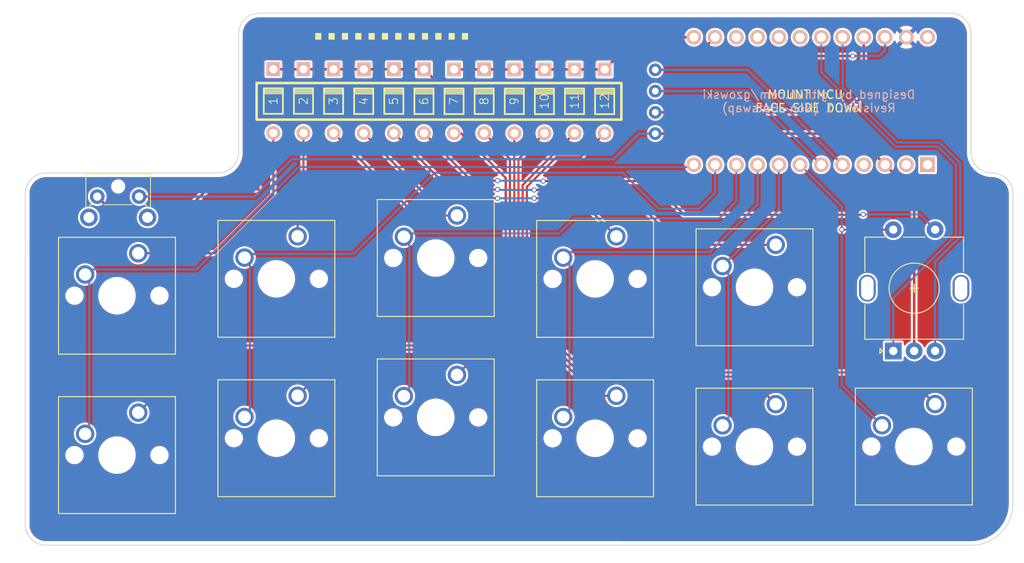
<source format=kicad_pcb>
(kicad_pcb (version 20221018) (generator pcbnew)
  (layers (0 "F.Cu" signal) (31 "B.Cu" signal) (34 "B.Paste" user) (35 "F.Paste" user) (36 "B.SilkS" user "B.Silkscreen") (37 "F.SilkS" user "F.Silkscreen") (38 "B.Mask" user) (39 "F.Mask" user) (44 "Edge.Cuts" user))
  (net 0 "")
  (net 1 "Net-(D0-A)")
  (net 2 "Net-(D1-A)")
  (net 3 "Net-(D2-A)")
  (net 4 "Net-(D3-A)")
  (net 5 "Net-(D4-A)")
  (net 6 "Net-(D5-A)")
  (net 7 "Net-(D6-A)")
  (net 8 "Net-(D7-A)")
  (net 9 "Net-(D8-A)")
  (net 10 "Net-(D9-A)")
  (net 11 "Net-(D10-A)")
  (net 12 "Net-(D11-A)")
  (net 13 "/Row_0")
  (net 14 "/Row_1")
  (net 15 "/Col_0")
  (net 16 "/Col_1")
  (net 17 "/Col_2")
  (net 18 "/Col_3")
  (net 19 "/Col_4")
  (net 20 "/Col_5")
  (net 21 "GND1")
  (net 22 "ROTDEC")
  (net 23 "ROTINC")
  (net 24 "SDA")
  (net 25 "SDL")
  (net 26 "VCC")
  (net 27 "RST")
  (net 28 "GND2")
  (net 29 "LED")
  (footprint "Stencils:Diode" (layer "F.Cu") (at 174.1 121.655 90)
    (fp_text reference "1" (at 0 0 90) (layer "F.SilkS") (effects (font (thickness 0.1))))
    (fp_text value "" (at 0 0 90) (layer "F.SilkS") (effects (font (size 1.27 1.524) (thickness 0.2032))))
    (pad "1" thru_hole circle (at -3.81 0 90) (size 1.651 1.651) (drill 0.9906) (layers "*.Cu" "*.SilkS" "*.Mask") (net 1 "Net-(D0-A)"))
    (pad "2" thru_hole rect (at 3.81 0 90) (size 1.651 1.651) (drill 0.9906) (layers "*.Cu" "*.SilkS" "*.Mask") (net 13 "/Row_0"))
  )
  (footprint "Stencils:Diode" (layer "F.Cu") (at 213.7 121.695 90)
    (fp_text reference "12" (at 0 0 90) (layer "F.SilkS") (effects (font (thickness 0.1))))
    (fp_text value "VAL**" hide)
    (pad "1" thru_hole circle (at -3.81 0 90) (size 1.651 1.651) (drill 0.9906) (layers "*.Cu" "*.SilkS" "*.Mask") (net 12 "Net-(D11-A)"))
    (pad "2" thru_hole rect (at 3.81 0 90) (size 1.651 1.651) (drill 0.9906) (layers "*.Cu" "*.SilkS" "*.Mask") (net 14 "/Row_1"))
  )
  (footprint "Stencils:Diode" (layer "F.Cu") (at 206.5 121.695 90)
    (fp_text reference "10" (at 0 0 90) (layer "F.SilkS") (effects (font (thickness 0.1))))
    (fp_text value "VAL**" hide)
    (pad "1" thru_hole circle (at -3.81 0 90) (size 1.651 1.651) (drill 0.9906) (layers "*.Cu" "*.SilkS" "*.Mask") (net 10 "Net-(D9-A)"))
    (pad "2" thru_hole rect (at 3.81 0 90) (size 1.651 1.651) (drill 0.9906) (layers "*.Cu" "*.SilkS" "*.Mask") (net 14 "/Row_1"))
  )
  (footprint "Stencils:Diode" (layer "F.Cu") (at 199.3 121.675 90)
    (fp_text reference "8" (at 0 0 90) (layer "F.SilkS") (effects (font (thickness 0.1))))
    (fp_text value "VAL**" hide)
    (pad "1" thru_hole circle (at -3.81 0 90) (size 1.651 1.651) (drill 0.9906) (layers "*.Cu" "*.SilkS" "*.Mask") (net 8 "Net-(D7-A)"))
    (pad "2" thru_hole rect (at 3.81 0 90) (size 1.651 1.651) (drill 0.9906) (layers "*.Cu" "*.SilkS" "*.Mask") (net 14 "/Row_1"))
  )
  (footprint "Stencils:Diode" (layer "F.Cu") (at 210.1 121.685 90)
    (fp_text reference "11" (at 0 0 90) (layer "F.SilkS") (effects (font (thickness 0.1))))
    (fp_text value "VAL**" hide)
    (pad "1" thru_hole circle (at -3.81 0 90) (size 1.651 1.651) (drill 0.9906) (layers "*.Cu" "*.SilkS" "*.Mask") (net 11 "Net-(D10-A)"))
    (pad "2" thru_hole rect (at 3.81 0 90) (size 1.651 1.651) (drill 0.9906) (layers "*.Cu" "*.SilkS" "*.Mask") (net 14 "/Row_1"))
  )
  (footprint "Button_Switch_Keyboard:SW_Cherry_MX_2.00u_PCB" (layer "F.Cu") (at 157.95 139.845)
    (fp_text reference "K1" hide)
    (fp_text value "Blank" hide)
    (pad "" np_thru_hole circle (at -7.62 5.08) (size 1.7 1.7) (drill 1.7) (layers "F&B.Cu" "*.Mask"))
    (pad "" np_thru_hole circle (at -2.54 5.08) (size 4 4) (drill 4) (layers "F&B.Cu" "*.Mask"))
    (pad "" np_thru_hole circle (at 2.54 5.08) (size 1.7 1.7) (drill 1.7) (layers "F&B.Cu" "*.Mask"))
    (pad "1" thru_hole circle (at 0 0) (size 2.2 2.2) (drill 1.5) (layers "*.Cu" "*.Mask") (net 1 "Net-(D0-A)"))
    (pad "2" thru_hole circle (at -6.35 2.54) (size 2.2 2.2) (drill 1.5) (layers "*.Cu" "*.Mask") (net 15 "/Col_0"))
  )
  (footprint "Stencils:Diode" (layer "F.Cu") (at 188.5 121.665 90)
    (fp_text reference "5" (at 0 0 90) (layer "F.SilkS") (effects (font (thickness 0.1))))
    (fp_text value "VAL**" hide)
    (pad "1" thru_hole circle (at -3.81 0 90) (size 1.651 1.651) (drill 0.9906) (layers "*.Cu" "*.SilkS" "*.Mask") (net 5 "Net-(D4-A)"))
    (pad "2" thru_hole rect (at 3.81 0 90) (size 1.651 1.651) (drill 0.9906) (layers "*.Cu" "*.SilkS" "*.Mask") (net 13 "/Row_0"))
  )
  (footprint "Button_Switch_Keyboard:SW_Cherry_MX_2.00u_PCB" (layer "F.Cu") (at 215.1 156.885)
    (fp_text reference "K10" hide)
    (fp_text value "Blank" hide)
    (pad "" np_thru_hole circle (at -7.62 5.08) (size 1.7 1.7) (drill 1.7) (layers "F&B.Cu" "*.Mask"))
    (pad "" np_thru_hole circle (at -2.54 5.08) (size 4 4) (drill 4) (layers "F&B.Cu" "*.Mask"))
    (pad "" np_thru_hole circle (at 2.54 5.08) (size 1.7 1.7) (drill 1.7) (layers "F&B.Cu" "*.Mask"))
    (pad "1" thru_hole circle (at 0 0) (size 2.2 2.2) (drill 1.5) (layers "*.Cu" "*.Mask") (net 10 "Net-(D9-A)"))
    (pad "2" thru_hole circle (at -6.35 2.54) (size 2.2 2.2) (drill 1.5) (layers "*.Cu" "*.Mask") (net 18 "/Col_3"))
  )
  (footprint "Keebio-Parts:RotaryEncoder_EC11" (layer "F.Cu") (at 250.7 144.025 90)
    (fp_text reference "K6-Rotary" hide)
    (fp_text value "RotaryEncoder_EC11" hide)
    (pad "" np_thru_hole oval (at 0 -5.6 90) (size 3.2 2) (drill oval 2.8 1.5) (layers "*.Cu" "*.Mask"))
    (pad "" np_thru_hole oval (at 0 5.6 90) (size 3.2 2) (drill oval 2.8 1.5) (layers "*.Cu" "*.Mask"))
    (pad "" thru_hole circle (at 7 -2.5 90) (size 2 2) (drill 1) (layers "*.Cu" "*.Mask") (net 20 "/Col_5"))
    (pad "A" thru_hole rect (at -7.5 -2.5 90) (size 2 2) (drill 1) (layers "*.Cu" "*.Mask") (net 22 "ROTDEC"))
    (pad "B" thru_hole circle (at -7.5 2.5 90) (size 2 2) (drill 1) (layers "*.Cu" "*.Mask") (net 23 "ROTINC"))
    (pad "C" thru_hole circle (at -7.5 0 90) (size 2 2) (drill 1) (layers "*.Cu" "*.Mask") (net 28 "GND2"))
    (pad "S1" thru_hole circle (at 7 2.5 90) (size 2 2) (drill 1) (layers "*.Cu" "*.Mask") (net 6 "Net-(D5-A)"))
  )
  (footprint "Button_Switch_Keyboard:SW_Cherry_MX_2.00u_PCB" (layer "F.Cu") (at 253.2 157.875)
    (fp_text reference "K12" hide)
    (fp_text value "Blank" hide)
    (pad "" np_thru_hole circle (at -7.62 5.08) (size 1.7 1.7) (drill 1.7) (layers "F&B.Cu" "*.Mask"))
    (pad "" np_thru_hole circle (at -2.54 5.08) (size 4 4) (drill 4) (layers "F&B.Cu" "*.Mask"))
    (pad "" np_thru_hole circle (at 2.54 5.08) (size 1.7 1.7) (drill 1.7) (layers "F&B.Cu" "*.Mask"))
    (pad "1" thru_hole circle (at 0 0) (size 2.2 2.2) (drill 1.5) (layers "*.Cu" "*.Mask") (net 12 "Net-(D11-A)"))
    (pad "2" thru_hole circle (at -6.35 2.54) (size 2.2 2.2) (drill 1.5) (layers "*.Cu" "*.Mask") (net 20 "/Col_5"))
  )
  (footprint "Stencils:Diode" (layer "F.Cu") (at 181.3 121.665 90)
    (fp_text reference "3" (at 0 0 90) (layer "F.SilkS") (effects (font (thickness 0.1))))
    (fp_text value "VAL**" hide)
    (pad "1" thru_hole circle (at -3.81 0 90) (size 1.651 1.651) (drill 0.9906) (layers "*.Cu" "*.SilkS" "*.Mask") (net 3 "Net-(D2-A)"))
    (pad "2" thru_hole rect (at 3.81 0 90) (size 1.651 1.651) (drill 0.9906) (layers "*.Cu" "*.SilkS" "*.Mask") (net 13 "/Row_0"))
  )
  (footprint "Button_Switch_Keyboard:SW_Cherry_MX_2.00u_PCB" (layer "F.Cu") (at 157.95 158.895)
    (fp_text reference "K7" hide)
    (fp_text value "Blank" hide)
    (pad "" np_thru_hole circle (at -7.62 5.08) (size 1.7 1.7) (drill 1.7) (layers "F&B.Cu" "*.Mask"))
    (pad "" np_thru_hole circle (at -2.54 5.08) (size 4 4) (drill 4) (layers "F&B.Cu" "*.Mask"))
    (pad "" np_thru_hole circle (at 2.54 5.08) (size 1.7 1.7) (drill 1.7) (layers "F&B.Cu" "*.Mask"))
    (pad "1" thru_hole circle (at 0 0) (size 2.2 2.2) (drill 1.5) (layers "*.Cu" "*.Mask") (net 7 "Net-(D6-A)"))
    (pad "2" thru_hole circle (at -6.35 2.54) (size 2.2 2.2) (drill 1.5) (layers "*.Cu" "*.Mask") (net 15 "/Col_0"))
  )
  (footprint "Button_Switch_Keyboard:SW_Cherry_MX_2.00u_PCB" (layer "F.Cu") (at 196.05 154.385)
    (fp_text reference "K9" hide)
    (fp_text value "Blank" hide)
    (pad "" np_thru_hole circle (at -7.62 5.08) (size 1.7 1.7) (drill 1.7) (layers "F&B.Cu" "*.Mask"))
    (pad "" np_thru_hole circle (at -2.54 5.08) (size 4 4) (drill 4) (layers "F&B.Cu" "*.Mask"))
    (pad "" np_thru_hole circle (at 2.54 5.08) (size 1.7 1.7) (drill 1.7) (layers "F&B.Cu" "*.Mask"))
    (pad "1" thru_hole circle (at 0 0) (size 2.2 2.2) (drill 1.5) (layers "*.Cu" "*.Mask") (net 9 "Net-(D8-A)"))
    (pad "2" thru_hole circle (at -6.35 2.54) (size 2.2 2.2) (drill 1.5) (layers "*.Cu" "*.Mask") (net 17 "/Col_2"))
  )
  (footprint "Button_Switch_Keyboard:SW_Cherry_MX_2.00u_PCB" (layer "F.Cu") (at 177 156.875)
    (fp_text reference "K8" hide)
    (fp_text value "Blank" hide)
    (pad "" np_thru_hole circle (at -7.62 5.08) (size 1.7 1.7) (drill 1.7) (layers "F&B.Cu" "*.Mask"))
    (pad "" np_thru_hole circle (at -2.54 5.08) (size 4 4) (drill 4) (layers "F&B.Cu" "*.Mask"))
    (pad "" np_thru_hole circle (at 2.54 5.08) (size 1.7 1.7) (drill 1.7) (layers "F&B.Cu" "*.Mask"))
    (pad "1" thru_hole circle (at 0 0) (size 2.2 2.2) (drill 1.5) (layers "*.Cu" "*.Mask") (net 8 "Net-(D7-A)"))
    (pad "2" thru_hole circle (at -6.35 2.54) (size 2.2 2.2) (drill 1.5) (layers "*.Cu" "*.Mask") (net 16 "/Col_1"))
  )
  (footprint "Button_Switch_Keyboard:SW_Cherry_MX_2.00u_PCB" (layer "F.Cu") (at 234.15 157.885)
    (fp_text reference "K11" hide)
    (fp_text value "Blank" hide)
    (pad "" np_thru_hole circle (at -7.62 5.08) (size 1.7 1.7) (drill 1.7) (layers "F&B.Cu" "*.Mask"))
    (pad "" np_thru_hole circle (at -2.54 5.08) (size 4 4) (drill 4) (layers "F&B.Cu" "*.Mask"))
    (pad "" np_thru_hole circle (at 2.54 5.08) (size 1.7 1.7) (drill 1.7) (layers "F&B.Cu" "*.Mask"))
    (pad "1" thru_hole circle (at 0 0) (size 2.2 2.2) (drill 1.5) (layers "*.Cu" "*.Mask") (net 11 "Net-(D10-A)"))
    (pad "2" thru_hole circle (at -6.35 2.54) (size 2.2 2.2) (drill 1.5) (layers "*.Cu" "*.Mask") (net 19 "/Col_4"))
  )
  (footprint "Stencils:Diode" (layer "F.Cu") (at 177.7 121.655 90)
    (fp_text reference "2" (at 0 0 90) (layer "F.SilkS") (effects (font (thickness 0.1))))
    (fp_text value "" hide)
    (pad "1" thru_hole circle (at -3.81 0 90) (size 1.651 1.651) (drill 0.9906) (layers "*.Cu" "*.SilkS" "*.Mask") (net 2 "Net-(D1-A)"))
    (pad "2" thru_hole rect (at 3.81 0 90) (size 1.651 1.651) (drill 0.9906) (layers "*.Cu" "*.SilkS" "*.Mask") (net 13 "/Row_0"))
  )
  (footprint "Stencils:Diode" (layer "F.Cu") (at 202.9 121.685 90)
    (fp_text reference "9" (at 0 0 90) (layer "F.SilkS") (effects (font (thickness 0.1))))
    (fp_text value "VAL**" hide)
    (pad "1" thru_hole circle (at -3.81 0 90) (size 1.651 1.651) (drill 0.9906) (layers "*.Cu" "*.SilkS" "*.Mask") (net 9 "Net-(D8-A)"))
    (pad "2" thru_hole rect (at 3.81 0 90) (size 1.651 1.651) (drill 0.9906) (layers "*.Cu" "*.SilkS" "*.Mask") (net 14 "/Row_1"))
  )
  (footprint "Stencils:Diode" (layer "F.Cu") (at 192.1 121.675 90)
    (fp_text reference "6" (at 0 0 90) (layer "F.SilkS") (effects (font (thickness 0.1))))
    (fp_text value "VAL**" hide)
    (pad "1" thru_hole circle (at -3.81 0 90) (size 1.651 1.651) (drill 0.9906) (layers "*.Cu" "*.SilkS" "*.Mask") (net 6 "Net-(D5-A)"))
    (pad "2" thru_hole rect (at 3.81 0 90) (size 1.651 1.651) (drill 0.9906) (layers "*.Cu" "*.SilkS" "*.Mask") (net 13 "/Row_0"))
  )
  (footprint "Stencils:Diode" (layer "F.Cu") (at 195.7 121.685 90)
    (fp_text reference "7" (at 0 0 90) (layer "F.SilkS") (effects (font (thickness 0.1))))
    (fp_text value "VAL**" hide)
    (pad "1" thru_hole circle (at -3.81 0 90) (size 1.651 1.651) (drill 0.9906) (layers "*.Cu" "*.SilkS" "*.Mask") (net 7 "Net-(D6-A)"))
    (pad "2" thru_hole rect (at 3.81 0 90) (size 1.651 1.651) (drill 0.9906) (layers "*.Cu" "*.SilkS" "*.Mask") (net 14 "/Row_1"))
  )
  (footprint "Stencils:SW_Tactile_SPST_Angled_MJTP1117" (layer "F.Cu") (at 153.05 133.075)
    (fp_text reference "RST" hide)
    (fp_text value "SW_PUSH" hide)
    (pad "" thru_hole circle (at -1 2.49) (size 2.1 2.1) (drill 1.3) (layers "*.Cu" "*.Mask"))
    (pad "" np_thru_hole circle (at 2.5 -1.21) (size 1.2 1.2) (drill 1.2) (layers "*.Cu" "*.Mask"))
    (pad "" thru_hole circle (at 5 0) (size 1.75 1.75) (drill 0.99) (layers "*.Cu" "*.Mask") (net 28 "GND2"))
    (pad "" thru_hole circle (at 6.01 2.49) (size 2.1 2.1) (drill 1.3) (layers "*.Cu" "*.Mask"))
    (pad "1" thru_hole circle (at 0 0) (size 1.75 1.75) (drill 0.99) (layers "*.Cu" "*.Mask") (net 27 "RST"))
  )
  (footprint "Stencils:Diode" (layer "F.Cu") (at 184.9 121.675 90)
    (fp_text reference "4" (at 0 0 90) (layer "F.SilkS") (effects (font (thickness 0.1))))
    (fp_text value "VAL**" hide)
    (pad "1" thru_hole circle (at -3.81 0 90) (size 1.651 1.651) (drill 0.9906) (layers "*.Cu" "*.SilkS" "*.Mask") (net 4 "Net-(D3-A)"))
    (pad "2" thru_hole rect (at 3.81 0 90) (size 1.651 1.651) (drill 0.9906) (layers "*.Cu" "*.SilkS" "*.Mask") (net 13 "/Row_0"))
  )
  (footprint "Button_Switch_Keyboard:SW_Cherry_MX_2.00u_PCB" (layer "F.Cu") (at 196.05 135.335)
    (fp_text reference "K3" hide)
    (fp_text value "Blank" hide)
    (pad "" np_thru_hole circle (at -7.62 5.08) (size 1.7 1.7) (drill 1.7) (layers "F&B.Cu" "*.Mask"))
    (pad "" np_thru_hole circle (at -2.54 5.08) (size 4 4) (drill 4) (layers "F&B.Cu" "*.Mask"))
    (pad "" np_thru_hole circle (at 2.54 5.08) (size 1.7 1.7) (drill 1.7) (layers "F&B.Cu" "*.Mask"))
    (pad "1" thru_hole circle (at 0 0) (size 2.2 2.2) (drill 1.5) (layers "*.Cu" "*.Mask") (net 3 "Net-(D2-A)"))
    (pad "2" thru_hole circle (at -6.35 2.54) (size 2.2 2.2) (drill 1.5) (layers "*.Cu" "*.Mask") (net 17 "/Col_2"))
  )
  (footprint "Button_Switch_Keyboard:SW_Cherry_MX_2.00u_PCB" (layer "F.Cu") (at 234.15 138.835)
    (fp_text reference "K5" hide)
    (fp_text value "Blank" hide)
    (pad "" np_thru_hole circle (at -7.62 5.08) (size 1.7 1.7) (drill 1.7) (layers "F&B.Cu" "*.Mask"))
    (pad "" np_thru_hole circle (at -2.54 5.08) (size 4 4) (drill 4) (layers "F&B.Cu" "*.Mask"))
    (pad "" np_thru_hole circle (at 2.54 5.08) (size 1.7 1.7) (drill 1.7) (layers "F&B.Cu" "*.Mask"))
    (pad "1" thru_hole circle (at 0 0) (size 2.2 2.2) (drill 1.5) (layers "*.Cu" "*.Mask") (net 5 "Net-(D4-A)"))
    (pad "2" thru_hole circle (at -6.35 2.54) (size 2.2 2.2) (drill 1.5) (layers "*.Cu" "*.Mask") (net 19 "/Col_4"))
  )
  (footprint "Button_Switch_Keyboard:SW_Cherry_MX_2.00u_PCB" (layer "F.Cu") (at 177 137.825)
    (fp_text reference "K2" hide)
    (fp_text value "Blank" hide)
    (pad "" np_thru_hole circle (at -7.62 5.08) (size 1.7 1.7) (drill 1.7) (layers "F&B.Cu" "*.Mask"))
    (pad "" np_thru_hole circle (at -2.54 5.08) (size 4 4) (drill 4) (layers "F&B.Cu" "*.Mask"))
    (pad "" np_thru_hole circle (at 2.54 5.08) (size 1.7 1.7) (drill 1.7) (layers "F&B.Cu" "*.Mask"))
    (pad "1" thru_hole circle (at 0 0) (size 2.2 2.2) (drill 1.5) (layers "*.Cu" "*.Mask") (net 2 "Net-(D1-A)"))
    (pad "2" thru_hole circle (at -6.35 2.54) (size 2.2 2.2) (drill 1.5) (layers "*.Cu" "*.Mask") (net 16 "/Col_1"))
  )
  (footprint "Button_Switch_Keyboard:SW_Cherry_MX_2.00u_PCB" (layer "F.Cu") (at 215.1 137.835)
    (fp_text reference "K4" hide)
    (fp_text value "Blank" hide)
    (pad "" np_thru_hole circle (at -7.62 5.08) (size 1.7 1.7) (drill 1.7) (layers "F&B.Cu" "*.Mask"))
    (pad "" np_thru_hole circle (at -2.54 5.08) (size 4 4) (drill 4) (layers "F&B.Cu" "*.Mask"))
    (pad "" np_thru_hole circle (at 2.54 5.08) (size 1.7 1.7) (drill 1.7) (layers "F&B.Cu" "*.Mask"))
    (pad "1" thru_hole circle (at 0 0) (size 2.2 2.2) (drill 1.5) (layers "*.Cu" "*.Mask") (net 4 "Net-(D3-A)"))
    (pad "2" thru_hole circle (at -6.35 2.54) (size 2.2 2.2) (drill 1.5) (layers "*.Cu" "*.Mask") (net 18 "/Col_3"))
  )
  (footprint "Stencils:OLED_v2.1" (layer "F.Cu") (at 219.75 121.735 -90)
    (fp_text reference "OLED1")
    (fp_text value "OLED" hide)
    (pad "1" thru_hole circle (at -3.81 0 270) (size 1.524 1.524) (drill 0.8128) (layers "*.Cu" "*.Mask") (net 24 "SDA"))
    (pad "2" thru_hole circle (at -1.27 0 270) (size 1.524 1.524) (drill 0.8128) (layers "*.Cu" "*.Mask") (net 25 "SDL"))
    (pad "3" thru_hole circle (at 1.27 0 270) (size 1.524 1.524) (drill 0.8128) (layers "*.Cu" "*.Mask") (net 26 "VCC"))
    (pad "4" thru_hole circle (at 3.81 0 270) (size 1.524 1.524) (drill 0.8128) (layers "*.Cu" "*.Mask") (net 28 "GND2"))
  )
  (footprint "Stencils:ArduinoProMicro" (layer "B.Cu") (at 238.33 121.645 180)
    (fp_text reference "U1" hide)
    (fp_text value "ProMicro" hide)
    (pad "1" thru_hole rect (at -13.97 -7.62 180) (size 1.7526 1.7526) (drill 1.0922) (layers "*.Cu" "*.SilkS" "*.Mask") (net 29 "LED"))
    (pad "2" thru_hole circle (at -11.43 -7.62 180) (size 1.7526 1.7526) (drill 1.0922) (layers "*.Cu" "*.SilkS" "*.Mask"))
    (pad "3" thru_hole circle (at -8.89 -7.62 180) (size 1.7526 1.7526) (drill 1.0922) (layers "*.Cu" "*.Mask" "B.SilkS") (net 28 "GND2"))
    (pad "4" thru_hole circle (at -6.35 -7.62 180) (size 1.7526 1.7526) (drill 1.0922) (layers "*.Cu" "*.SilkS" "*.Mask"))
    (pad "5" thru_hole circle (at -3.81 -7.62 180) (size 1.7526 1.7526) (drill 1.0922) (layers "*.Cu" "*.SilkS" "*.Mask") (net 24 "SDA"))
    (pad "6" thru_hole circle (at -1.27 -7.62 180) (size 1.7526 1.7526) (drill 1.0922) (layers "*.Cu" "*.SilkS" "*.Mask") (net 25 "SDL"))
    (pad "7" thru_hole circle (at 1.27 -7.62 180) (size 1.7526 1.7526) (drill 1.0922) (layers "*.Cu" "*.SilkS" "*.Mask") (net 20 "/Col_5"))
    (pad "8" thru_hole circle (at 3.81 -7.62 180) (size 1.7526 1.7526) (drill 1.0922) (layers "*.Cu" "*.SilkS" "*.Mask") (net 19 "/Col_4"))
    (pad "9" thru_hole circle (at 6.35 -7.62 180) (size 1.7526 1.7526) (drill 1.0922) (layers "*.Cu" "*.SilkS" "*.Mask") (net 18 "/Col_3"))
    (pad "10" thru_hole circle (at 8.89 -7.62 180) (size 1.7526 1.7526) (drill 1.0922) (layers "*.Cu" "*.SilkS" "*.Mask") (net 17 "/Col_2"))
    (pad "11" thru_hole circle (at 11.43 -7.62 180) (size 1.7526 1.7526) (drill 1.0922) (layers "*.Cu" "*.SilkS" "*.Mask") (net 16 "/Col_1"))
    (pad "12" thru_hole circle (at 13.97 -7.62 180) (size 1.7526 1.7526) (drill 1.0922) (layers "*.Cu" "*.SilkS" "*.Mask") (net 15 "/Col_0"))
    (pad "13" thru_hole circle (at 13.97 7.62 180) (size 1.7526 1.7526) (drill 1.0922) (layers "*.Cu" "*.SilkS" "*.Mask") (net 14 "/Row_1"))
    (pad "14" thru_hole circle (at 11.43 7.62 180) (size 1.7526 1.7526) (drill 1.0922) (layers "*.Cu" "*.SilkS" "*.Mask") (net 13 "/Row_0"))
    (pad "15" thru_hole circle (at 8.89 7.62 180) (size 1.7526 1.7526) (drill 1.0922) (layers "*.Cu" "*.SilkS" "*.Mask"))
    (pad "16" thru_hole circle (at 6.35 7.62 180) (size 1.7526 1.7526) (drill 1.0922) (layers "*.Cu" "*.SilkS" "*.Mask"))
    (pad "17" thru_hole circle (at 3.81 7.62 180) (size 1.7526 1.7526) (drill 1.0922) (layers "*.Cu" "*.SilkS" "*.Mask"))
    (pad "18" thru_hole circle (at 1.27 7.62 180) (size 1.7526 1.7526) (drill 1.0922) (layers "*.Cu" "*.SilkS" "*.Mask"))
    (pad "19" thru_hole circle (at -1.27 7.62 180) (size 1.7526 1.7526) (drill 1.0922) (layers "*.Cu" "*.SilkS" "*.Mask") (net 22 "ROTDEC"))
    (pad "20" thru_hole circle (at -3.81 7.62 180) (size 1.7526 1.7526) (drill 1.0922) (layers "*.Cu" "*.SilkS" "*.Mask") (net 23 "ROTINC"))
    (pad "21" thru_hole circle (at -6.35 7.62 180) (size 1.7526 1.7526) (drill 1.0922) (layers "*.Cu" "*.SilkS" "*.Mask") (net 26 "VCC"))
    (pad "22" thru_hole circle (at -8.89 7.62 180) (size 1.7526 1.7526) (drill 1.0922) (layers "*.Cu" "*.SilkS" "*.Mask") (net 27 "RST"))
    (pad "23" thru_hole circle (at -11.43 7.62 180) (size 1.7526 1.7526) (drill 1.0922) (layers "*.Cu" "*.SilkS" "*.Mask") (net 21 "GND1"))
    (pad "24" thru_hole circle (at -13.97 7.62 180) (size 1.7526 1.7526) (drill 1.0922) (layers "*.Cu" "*.SilkS" "*.Mask"))
  )
  (gr_rect (start 172.1 119.5) (end 215.7 123.875) (stroke (width 0.3)) (fill none) (layer "F.SilkS"))
  (gr_line (start 262.500082 132.735533) (end 262.5 169.75) (stroke (width 0.1)) (layer "Edge.Cuts"))
  (gr_line (start 172.435533 111.15) (end 255 111.15) (stroke (width 0.1)) (layer "Edge.Cuts"))
  (gr_line (start 146.935492 130.249959) (end 167.464467 130.25) (stroke (width 0.1)) (layer "Edge.Cuts"))
  (gr_line (start 257.5 174.75) (end 146.95 174.747859) (stroke (width 0.1)) (layer "Edge.Cuts"))
  (gr_arc (start 255 111.15) (mid 256.76692 111.872849) (end 257.500041 113.635533) (stroke (width 0.1)) (layer "Edge.Cuts"))
  (gr_arc (start 260.000041 130.25) (mid 258.233129 129.527142) (end 257.5 127.764467) (stroke (width 0.1)) (layer "Edge.Cuts"))
  (gr_arc (start 260.000041 130.25) (mid 261.766956 130.972855) (end 262.500082 132.735533) (stroke (width 0.1)) (layer "Edge.Cuts"))
  (gr_arc (start 146.95 174.747859) (mid 145.183059 174.025014) (end 144.449899 172.262327) (stroke (width 0.1)) (layer "Edge.Cuts"))
  (gr_line (start 144.449899 172.262327) (end 144.449959 132.75) (stroke (width 0.1)) (layer "Edge.Cuts"))
  (gr_arc (start 169.95 113.650041) (mid 170.672873 111.883144) (end 172.435533 111.15) (stroke (width 0.1)) (layer "Edge.Cuts"))
  (gr_arc (start 144.449959 132.75) (mid 145.172814 130.983085) (end 146.935492 130.249959) (stroke (width 0.1)) (layer "Edge.Cuts"))
  (gr_line (start 257.500041 113.635533) (end 257.5 127.764467) (stroke (width 0.1)) (layer "Edge.Cuts"))
  (gr_arc (start 262.5 169.75) (mid 261.035534 173.285533) (end 257.5 174.75) (stroke (width 0.1)) (layer "Edge.Cuts"))
  (gr_line (start 169.95 127.749959) (end 169.95 113.650041) (stroke (width 0.1)) (layer "Edge.Cuts"))
  (gr_arc (start 169.95 127.749959) (mid 169.227157 129.516886) (end 167.464467 130.25) (stroke (width 0.1)) (layer "Edge.Cuts"))
  (gr_text "Designed by: github.com/gzowski\nRevision: 1 (Non-Hotswap)" (at 238.1 123.075) (layer "B.SilkS") (effects (font (size 1 1)) (justify bottom mirror)))
  (gr_text "MOUNT MCU \nFACE SIDE DOWN" (at 238.075 123.075) (layer "F.SilkS") (effects (font (size 1 1)) (justify bottom)))
  (gr_text "............" (at 178.675 114.825) (layer "F.SilkS") (effects (font (size 3 3) (thickness 0.4) bold) (justify left bottom)))
  (segment (start 174.1 132.85) (end 174.1 125.465) (width 0.25) (layer "F.Cu") (net 1))
  (segment (start 157.95 139.845) (end 167.105 139.845) (width 0.25) (layer "F.Cu") (net 1))
  (segment (start 167.105 139.845) (end 174.1 132.85) (width 0.25) (layer "F.Cu") (net 1))
  (segment (start 177.7 125.465) (end 177.7 133.975) (width 0.25) (layer "F.Cu") (net 2))
  (segment (start 177.7 133.975) (end 177 134.675) (width 0.25) (layer "F.Cu") (net 2))
  (segment (start 177 134.675) (end 177 137.825) (width 0.25) (layer "F.Cu") (net 2))
  (segment (start 191.16 135.335) (end 181.3 125.475) (width 0.25) (layer "F.Cu") (net 3))
  (segment (start 196.05 135.335) (end 191.16 135.335) (width 0.25) (layer "F.Cu") (net 3))
  (segment (start 192.69 133.275) (end 200.9 133.275) (width 0.25) (layer "F.Cu") (net 4))
  (segment (start 210.54 133.275) (end 205.275 133.275) (width 0.25) (layer "F.Cu") (net 4))
  (segment (start 184.9 125.485) (end 192.69 133.275) (width 0.25) (layer "F.Cu") (net 4))
  (segment (start 215.1 137.835) (end 210.54 133.275) (width 0.25) (layer "F.Cu") (net 4))
  (segment (start 205.275 133.275) (end 205.225 133.275) (width 0.2) (layer "F.Cu") (net 4))
  (via (at 205.275 133.275) (size 0.6) (drill 0.4) (layers "F.Cu" "B.Cu") (net 4))
  (via (at 200.9 133.275) (size 0.6) (drill 0.4) (layers "F.Cu" "B.Cu") (net 4))
  (segment (start 200.9 133.275) (end 205.275 133.275) (width 0.25) (layer "B.Cu") (net 4))
  (segment (start 200.95 132.275) (end 200.9 132.225) (width 0.2) (layer "F.Cu") (net 5))
  (segment (start 205.275 132.275) (end 216.113604 132.275) (width 0.25) (layer "F.Cu") (net 5))
  (segment (start 216.113604 132.275) (end 222.673604 138.835) (width 0.25) (layer "F.Cu") (net 5))
  (segment (start 200.9 132.225) (end 200.85 132.275) (width 0.2) (layer "F.Cu") (net 5))
  (segment (start 195.25 132.225) (end 200.9 132.225) (width 0.25) (layer "F.Cu") (net 5))
  (segment (start 188.5 125.475) (end 195.25 132.225) (width 0.25) (layer "F.Cu") (net 5))
  (segment (start 205.275 132.275) (end 205.2 132.275) (width 0.2) (layer "F.Cu") (net 5))
  (segment (start 222.673604 138.835) (end 234.15 138.835) (width 0.25) (layer "F.Cu") (net 5))
  (via (at 200.9 132.225) (size 0.6) (drill 0.4) (layers "F.Cu" "B.Cu") (net 5))
  (via (at 205.275 132.275) (size 0.6) (drill 0.4) (layers "F.Cu" "B.Cu") (net 5))
  (segment (start 200.95 132.275) (end 205.275 132.275) (width 0.25) (layer "B.Cu") (net 5))
  (segment (start 200.9 132.225) (end 200.95 132.275) (width 0.2) (layer "B.Cu") (net 5))
  (segment (start 197.79 131.175) (end 200.9 131.175) (width 0.25) (layer "F.Cu") (net 6))
  (segment (start 244.55 135.25) (end 244.6 135.2) (width 0.25) (layer "F.Cu") (net 6))
  (segment (start 206.35 131.225) (end 219.175 131.225) (width 0.25) (layer "F.Cu") (net 6))
  (segment (start 219.175 131.225) (end 223.2 135.25) (width 0.25) (layer "F.Cu") (net 6))
  (segment (start 200.9 131.175) (end 200.85 131.225) (width 0.2) (layer "F.Cu") (net 6))
  (segment (start 206.35 131.225) (end 206.3 131.225) (width 0.2) (layer "F.Cu") (net 6))
  (segment (start 200.9 131.175) (end 200.95 131.225) (width 0.2) (layer "F.Cu") (net 6))
  (segment (start 192.1 125.485) (end 197.79 131.175) (width 0.25) (layer "F.Cu") (net 6))
  (segment (start 223.2 135.25) (end 244.55 135.25) (width 0.25) (layer "F.Cu") (net 6))
  (via (at 244.6 135.2) (size 0.6) (drill 0.4) (layers "F.Cu" "B.Cu") (net 6))
  (via (at 200.9 131.175) (size 0.6) (drill 0.4) (layers "F.Cu" "B.Cu") (net 6))
  (via (at 206.35 131.225) (size 0.6) (drill 0.4) (layers "F.Cu" "B.Cu") (net 6))
  (segment (start 206.3 131.175) (end 206.35 131.225) (width 0.2) (layer "B.Cu") (net 6))
  (segment (start 253.2 137.025) (end 251.375 135.2) (width 0.25) (layer "B.Cu") (net 6))
  (segment (start 251.375 135.2) (end 244.6 135.2) (width 0.25) (layer "B.Cu") (net 6))
  (segment (start 200.9 131.175) (end 206.3 131.175) (width 0.25) (layer "B.Cu") (net 6))
  (segment (start 244.6 135.2) (end 244.6 135.225) (width 0.2) (layer "B.Cu") (net 6))
  (segment (start 195.7 125.495) (end 196.5255 125.495) (width 0.25) (layer "F.Cu") (net 7))
  (segment (start 201.875 145.65) (end 196.65 150.875) (width 0.25) (layer "F.Cu") (net 7))
  (segment (start 201.875 130.8445) (end 201.875 134.5) (width 0.25) (layer "F.Cu") (net 7))
  (segment (start 196.65 150.875) (end 165.97 150.875) (width 0.25) (layer "F.Cu") (net 7))
  (segment (start 201.875 130.8445) (end 201.875 145.65) (width 0.25) (layer "F.Cu") (net 7))
  (segment (start 196.5255 125.495) (end 201.875 130.8445) (width 0.25) (layer "F.Cu") (net 7))
  (segment (start 165.97 150.875) (end 157.95 158.895) (width 0.25) (layer "F.Cu") (net 7))
  (segment (start 202.375 128.56) (end 199.3 125.485) (width 0.25) (layer "F.Cu") (net 8))
  (segment (start 182.5 151.375) (end 196.857106 151.375) (width 0.25) (layer "F.Cu") (net 8))
  (segment (start 196.857106 151.375) (end 202.375 145.857106) (width 0.25) (layer "F.Cu") (net 8))
  (segment (start 177 156.875) (end 182.5 151.375) (width 0.25) (layer "F.Cu") (net 8))
  (segment (start 202.375 145.857106) (end 202.375 128.56) (width 0.25) (layer "F.Cu") (net 8))
  (segment (start 202.9 147.535) (end 196.05 154.385) (width 0.25) (layer "F.Cu") (net 9))
  (segment (start 202.9 125.495) (end 202.9 147.535) (width 0.25) (layer "F.Cu") (net 9))
  (segment (start 212.76 156.885) (end 215.1 156.885) (width 0.25) (layer "F.Cu") (net 10))
  (segment (start 203.4 128.605) (end 203.4 147.525) (width 0.25) (layer "F.Cu") (net 10))
  (segment (start 203.4 147.525) (end 212.76 156.885) (width 0.25) (layer "F.Cu") (net 10))
  (segment (start 206.5 125.505) (end 203.4 128.605) (width 0.25) (layer "F.Cu") (net 10))
  (segment (start 203.9 147.317894) (end 203.9 133.175) (width 0.25) (layer "F.Cu") (net 11))
  (segment (start 211.178553 154.596447) (end 203.9 147.317894) (width 0.25) (layer "F.Cu") (net 11))
  (segment (start 234.15 157.885) (end 230.861447 154.596447) (width 0.25) (layer "F.Cu") (net 11))
  (segment (start 203.9 131.695) (end 203.9 133.175) (width 0.25) (layer "F.Cu") (net 11))
  (segment (start 210.1 125.495) (end 203.9 131.695) (width 0.25) (layer "F.Cu") (net 11))
  (segment (start 230.861447 154.596447) (end 211.178553 154.596447) (width 0.25) (layer "F.Cu") (net 11))
  (segment (start 204.4 147.110788) (end 204.4 131.902106) (width 0.25) (layer "F.Cu") (net 12))
  (segment (start 210.841447 128.363553) (end 213.7 125.505) (width 0.25) (layer "F.Cu") (net 12))
  (segment (start 207.938553 128.363553) (end 210.841447 128.363553) (width 0.25) (layer "F.Cu") (net 12))
  (segment (start 249.421447 154.096447) (end 211.385659 154.096447) (width 0.25) (layer "F.Cu") (net 12))
  (segment (start 211.385659 154.096447) (end 204.4 147.110788) (width 0.25) (layer "F.Cu") (net 12))
  (segment (start 213.68 125.485) (end 213.7 125.505) (width 0.2) (layer "F.Cu") (net 12))
  (segment (start 204.4 131.902106) (end 207.938553 128.363553) (width 0.25) (layer "F.Cu") (net 12))
  (segment (start 253.2 157.875) (end 249.421447 154.096447) (width 0.25) (layer "F.Cu") (net 12))
  (segment (start 218.575 115.725) (end 214.8625 119.4375) (width 0.3) (layer "F.Cu") (net 13))
  (segment (start 192.12 117.885) (end 192.1 117.865) (width 0.2) (layer "F.Cu") (net 13))
  (segment (start 214.8625 119.4375) (end 193.7125 119.4375) (width 0.3) (layer "F.Cu") (net 13))
  (segment (start 192.14 117.865) (end 193.7125 119.4375) (width 0.3) (layer "F.Cu") (net 13))
  (segment (start 225.2 115.725) (end 218.575 115.725) (width 0.3) (layer "F.Cu") (net 13))
  (segment (start 192.1 117.865) (end 192.09 117.855) (width 0) (layer "F.Cu") (net 13))
  (segment (start 226.9 114.025) (end 225.2 115.725) (width 0.3) (layer "F.Cu") (net 13))
  (segment (start 174.1 117.855) (end 192.09 117.855) (width 0.3) (layer "F.Cu") (net 13))
  (segment (start 192.1 117.865) (end 192.14 117.865) (width 0) (layer "F.Cu") (net 13))
  (segment (start 192.1 117.865) (end 192.115 117.865) (width 0) (layer "B.Cu") (net 13))
  (segment (start 217.54 114.025) (end 224.36 114.025) (width 0.3) (layer "F.Cu") (net 14))
  (segment (start 213.69 117.875) (end 213.7 117.885) (width 0.2) (layer "F.Cu") (net 14))
  (segment (start 213.69 117.875) (end 217.54 114.025) (width 0.3) (layer "F.Cu") (net 14))
  (segment (start 195.7 117.875) (end 213.69 117.875) (width 0.3) (layer "F.Cu") (net 14))
  (segment (start 151.6 161.435) (end 152.2 160.835) (width 0.25) (layer "F.Cu") (net 15))
  (segment (start 152.25 160.785) (end 151.6 161.435) (width 0.25) (layer "F.Cu") (net 15))
  (segment (start 151.6 142.385) (end 152.1 142.885) (width 0.25) (layer "B.Cu") (net 15))
  (segment (start 223.79325 129.545) (end 177.13 129.545) (width 0.25) (layer "B.Cu") (net 15))
  (segment (start 177.13 129.545) (end 164.9 141.775) (width 0.25) (layer "B.Cu") (net 15))
  (segment (start 164.9 141.775) (end 152.21 141.775) (width 0.25) (layer "B.Cu") (net 15))
  (segment (start 152.1 142.885) (end 152.1 160.935) (width 0.25) (layer "B.Cu") (net 15))
  (segment (start 152.1 160.935) (end 151.6 161.435) (width 0.25) (layer "B.Cu") (net 15))
  (segment (start 152.21 141.775) (end 151.6 142.385) (width 0.25) (layer "B.Cu") (net 15))
  (segment (start 170.65 140.365) (end 171.3 141.015) (width 0.25) (layer "F.Cu") (net 16))
  (segment (start 171.3 158.765) (end 170.65 159.415) (width 0.25) (layer "F.Cu") (net 16))
  (segment (start 170.65 140.365) (end 171.35 141.065) (width 0.25) (layer "F.Cu") (net 16))
  (segment (start 170.65 140.365) (end 170.96 140.365) (width 0.25) (layer "B.Cu") (net 16))
  (segment (start 220.15 134.525) (end 225 134.525) (width 0.25) (layer "B.Cu") (net 16))
  (segment (start 226.9 132.625) (end 226.9 129.265) (width 0.25) (layer "B.Cu") (net 16))
  (segment (start 171.3 158.765) (end 170.65 159.415) (width 0.25) (layer "B.Cu") (net 16))
  (segment (start 215.85 130.225) (end 220.15 134.525) (width 0.25) (layer "B.Cu") (net 16))
  (segment (start 225 134.525) (end 226.9 132.625) (width 0.25) (layer "B.Cu") (net 16))
  (segment (start 183.7 139.925) (end 193.4 130.225) (width 0.25) (layer "B.Cu") (net 16))
  (segment (start 171.3 141.015) (end 171.3 158.765) (width 0.25) (layer "B.Cu") (net 16))
  (segment (start 170.96 140.365) (end 171.4 139.925) (width 0.25) (layer "B.Cu") (net 16))
  (segment (start 171.4 139.925) (end 183.7 139.925) (width 0.25) (layer "B.Cu") (net 16))
  (segment (start 170.65 140.365) (end 171.3 141.015) (width 0.25) (layer "B.Cu") (net 16))
  (segment (start 193.4 130.225) (end 215.85 130.225) (width 0.25) (layer "B.Cu") (net 16))
  (segment (start 190.35 156.275) (end 190.35 138.525) (width 0.25) (layer "B.Cu") (net 17))
  (segment (start 189.7 156.375) (end 189.7 156.925) (width 0.25) (layer "B.Cu") (net 17))
  (segment (start 227.4 135.675) (end 229.44 133.635) (width 0.25) (layer "B.Cu") (net 17))
  (segment (start 210.05 135.675) (end 227.4 135.675) (width 0.25) (layer "B.Cu") (net 17))
  (segment (start 229.44 133.635) (end 229.44 129.265) (width 0.25) (layer "B.Cu") (net 17))
  (segment (start 190.35 138.525) (end 189.7 137.875) (width 0.25) (layer "B.Cu") (net 17))
  (segment (start 189.7 137.875) (end 190.175 137.4) (width 0.25) (layer "B.Cu") (net 17))
  (segment (start 208.25 137.475) (end 210.05 135.675) (width 0.25) (layer "B.Cu") (net 17))
  (segment (start 190.1 137.475) (end 208.25 137.475) (width 0.25) (layer "B.Cu") (net 17))
  (segment (start 189.7 156.925) (end 190.35 156.275) (width 0.25) (layer "B.Cu") (net 17))
  (segment (start 189.7 137.875) (end 190.1 137.475) (width 0.25) (layer "B.Cu") (net 17))
  (segment (start 231.98 133.995) (end 231.98 129.265) (width 0.25) (layer "B.Cu") (net 18))
  (segment (start 208.75 140.375) (end 209.5 141.125) (width 0.25) (layer "B.Cu") (net 18))
  (segment (start 226.275 139.7) (end 231.98 133.995) (width 0.25) (layer "B.Cu") (net 18))
  (segment (start 209.4 139.7) (end 226.275 139.7) (width 0.25) (layer "B.Cu") (net 18))
  (segment (start 208.75 140.375) (end 209.4 139.725) (width 0.25) (layer "B.Cu") (net 18))
  (segment (start 209.5 141.125) (end 209.5 147.975) (width 0.25) (layer "B.Cu") (net 18))
  (segment (start 209.5 157.575) (end 209.5 158.675) (width 0.25) (layer "B.Cu") (net 18))
  (segment (start 209.5 158.675) (end 208.75 159.425) (width 0.25) (layer "B.Cu") (net 18))
  (segment (start 209.4 139.725) (end 209.4 139.7) (width 0.25) (layer "B.Cu") (net 18))
  (segment (start 209.5 157.575) (end 209.5 156.475) (width 0.25) (layer "B.Cu") (net 18))
  (segment (start 209.5 147.975) (end 209.5 157.575) (width 0.25) (layer "B.Cu") (net 18))
  (segment (start 228.5 159.725) (end 228.5 142.075) (width 0.25) (layer "B.Cu") (net 19))
  (segment (start 228.5 142.075) (end 227.8 141.375) (width 0.25) (layer "B.Cu") (net 19))
  (segment (start 227.8 160.425) (end 228.5 159.725) (width 0.25) (layer "B.Cu") (net 19))
  (segment (start 227.8 141.375) (end 234.52 134.655) (width 0.25) (layer "B.Cu") (net 19))
  (segment (start 234.52 134.655) (end 234.52 129.265) (width 0.25) (layer "B.Cu") (net 19))
  (segment (start 242.05 137.025) (end 248.2 137.025) (width 0.25) (layer "F.Cu") (net 20))
  (via (at 242.05 137.025) (size 0.6) (drill 0.4) (layers "F.Cu" "B.Cu") (net 20))
  (segment (start 242.05 155.625) (end 242.05 137.025) (width 0.25) (layer "B.Cu") (net 20))
  (segment (start 242.05 137.025) (end 242.05 134.255) (width 0.25) (layer "B.Cu") (net 20))
  (segment (start 246.85 160.415) (end 245.06 158.625) (width 0.25) (layer "B.Cu") (net 20))
  (segment (start 245.06 158.625) (end 245.05 158.625) (width 0.25) (layer "B.Cu") (net 20))
  (segment (start 245.05 158.625) (end 242.05 155.625) (width 0.25) (layer "B.Cu") (net 20))
  (segment (start 242.05 134.255) (end 237.06 129.265) (width 0.25) (layer "B.Cu") (net 20))
  (segment (start 248.475 127.1) (end 253.525 127.1) (width 0.25) (layer "B.Cu") (net 22))
  (segment (start 239.6 114.025) (end 239.6 118.225) (width 0.25) (layer "B.Cu") (net 22))
  (segment (start 253.525 127.1) (end 255.7 129.275) (width 0.25) (layer "B.Cu") (net 22))
  (segment (start 248.2 145.175) (end 248.2 151.525) (width 0.25) (layer "B.Cu") (net 22))
  (segment (start 255.7 129.275) (end 255.7 137.675) (width 0.25) (layer "B.Cu") (net 22))
  (segment (start 239.6 118.225) (end 248.475 127.1) (width 0.25) (layer "B.Cu") (net 22))
  (segment (start 255.7 137.675) (end 248.2 145.175) (width 0.25) (layer "B.Cu") (net 22))
  (segment (start 256.2 129.067893) (end 253.732107 126.6) (width 0.25) (layer "B.Cu") (net 23))
  (segment (start 242.14 120.035) (end 242.14 114.025) (width 0.25) (layer "B.Cu") (net 23))
  (segment (start 253.2 151.525) (end 253.2 140.882106) (width 0.25) (layer "B.Cu") (net 23))
  (segment (start 253.732107 126.6) (end 249.1 126.6) (width 0.25) (layer "B.Cu") (net 23))
  (segment (start 256.2 137.882106) (end 256.2 129.067893) (width 0.25) (layer "B.Cu") (net 23))
  (segment (start 249.1 126.6) (end 248.682106 126.6) (width 0.25) (layer "B.Cu") (net 23))
  (segment (start 242.14 120.035) (end 248.705 126.6) (width 0.25) (layer "B.Cu") (net 23))
  (segment (start 248.705 126.6) (end 249.1 126.6) (width 0.25) (layer "B.Cu") (net 23))
  (segment (start 253.2 140.882106) (end 256.2 137.882106) (width 0.25) (layer "B.Cu") (net 23))
  (segment (start 230.8 117.925) (end 242.14 129.265) (width 0.3) (layer "B.Cu") (net 24))
  (segment (start 219.75 117.925) (end 230.8 117.925) (width 0.3) (layer "B.Cu") (net 24))
  (segment (start 230.8 120.465) (end 239.6 129.265) (width 0.3) (layer "B.Cu") (net 25))
  (segment (start 219.75 120.465) (end 230.8 120.465) (width 0.3) (layer "B.Cu") (net 25))
  (segment (start 244.675 119.725) (end 244.68 119.72) (width 0.3) (layer "F.Cu") (net 26))
  (segment (start 244.68 119.73) (end 244.675 119.725) (width 0.3) (layer "F.Cu") (net 26))
  (segment (start 242.57 123.005) (end 240.825 123.005) (width 0.3) (layer "F.Cu") (net 26))
  (segment (start 229.98 123.005) (end 219.75 123.005) (width 0.3) (layer "F.Cu") (net 26))
  (segment (start 244.68 120.895) (end 242.57 123.005) (width 0.3) (layer "F.Cu") (net 26))
  (segment (start 244.68 120.895) (end 244.68 120.905) (width 0.3) (layer "F.Cu") (net 26))
  (segment (start 244.68 120.895) (end 244.68 119.73) (width 0.3) (layer "F.Cu") (net 26))
  (segment (start 240.825 123.005) (end 230.02 123.005) (width 0.3) (layer "F.Cu") (net 26))
  (segment (start 244.68 119.72) (end 244.68 114.025) (width 0.3) (layer "F.Cu") (net 26))
  (segment (start 172.3 132.2) (end 166.2 132.2) (width 0.3) (layer "F.Cu") (net 27))
  (segment (start 160.725 137.675) (end 157.65 137.675) (width 0.3) (layer "F.Cu") (net 27))
  (segment (start 215.090318 119.9875) (end 176.5125 119.9875) (width 0.3) (layer "F.Cu") (net 27))
  (segment (start 157.65 137.675) (end 153.05 133.075) (width 0.3) (layer "F.Cu") (net 27))
  (segment (start 172.3 124.2) (end 172.3 132.2) (width 0.3) (layer "F.Cu") (net 27))
  (segment (start 176.5125 119.9875) (end 172.3 124.2) (width 0.3) (layer "F.Cu") (net 27))
  (segment (start 218.802818 116.275) (end 215.090318 119.9875) (width 0.3) (layer "F.Cu") (net 27))
  (segment (start 243.35 116.275) (end 218.802818 116.275) (width 0.3) (layer "F.Cu") (net 27))
  (segment (start 166.2 132.2) (end 160.725 137.675) (width 0.3) (layer "F.Cu") (net 27))
  (via (at 243.35 116.275) (size 0.6) (drill 0.4) (layers "F.Cu" "B.Cu") (net 27))
  (segment (start 247.22 115.58) (end 246.525 116.275) (width 0.3) (layer "B.Cu") (net 27))
  (segment (start 246.525 116.275) (end 244.8 116.275) (width 0.3) (layer "B.Cu") (net 27))
  (segment (start 244.8 116.275) (end 245.875 116.275) (width 0.3) (layer "B.Cu") (net 27))
  (segment (start 247.22 114.025) (end 247.22 115.58) (width 0.3) (layer "B.Cu") (net 27))
  (segment (start 243.35 116.275) (end 244.8 116.275) (width 0.3) (layer "B.Cu") (net 27))
  (segment (start 250.7 132.745) (end 250.7 147) (width 0.3) (layer "F.Cu") (net 28))
  (segment (start 247.22 129.265) (end 250.7 132.745) (width 0.3) (layer "F.Cu") (net 28))
  (segment (start 250.7 147) (end 250.7 151.525) (width 0.3) (layer "F.Cu") (net 28))
  (segment (start 219.75 125.545) (end 243.5 125.545) (width 0.3) (layer "F.Cu") (net 28))
  (segment (start 243.5 125.545) (end 247.22 129.265) (width 0.3) (layer "F.Cu") (net 28))
  (segment (start 217.805 125.545) (end 214.75 128.6) (width 0.3) (layer "B.Cu") (net 28))
  (segment (start 176.325 128.6) (end 171.85 133.075) (width 0.3) (layer "B.Cu") (net 28))
  (segment (start 219.75 125.545) (end 217.805 125.545) (width 0.3) (layer "B.Cu") (net 28))
  (segment (start 171.85 133.075) (end 158.05 133.075) (width 0.3) (layer "B.Cu") (net 28))
  (segment (start 214.75 128.6) (end 176.325 128.6) (width 0.3) (layer "B.Cu") (net 28))
  (zone (net 21) (net_name "GND1") (layers "F&B.Cu") (connect_pads (clearance 0)) (min_thickness 0.25) (fill yes (thermal_gap 0.5) (thermal_bridge_width 0.5))
    (polygon (pts (xy 170.7 109.725) (xy 259.25 109.575) (xy 259.55 128) (xy 263.425 130.675) (xy 263.85 176.875) (xy 141.425 176.725) (xy 142.725 127.65) (xy 165.375 127.125) (xy 167.95 109.95) (xy 170.7 109.575)))
  )
)
</source>
